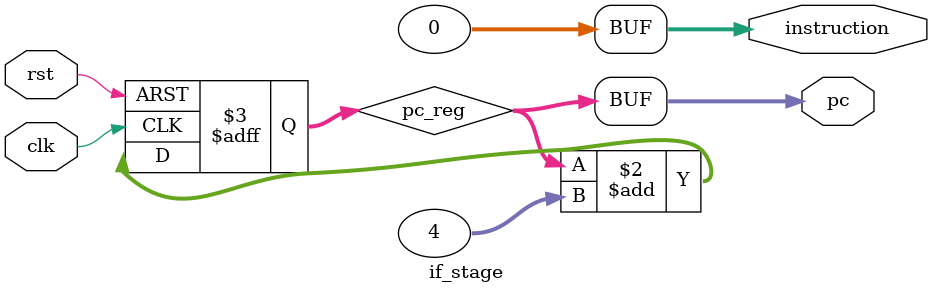
<source format=v>
module if_stage(
    input clk, 
    input rst, 
    output [31:0] instruction, 
    output [31:0] pc
);
    reg [31:0] pc_reg;
    
    always @(posedge clk or posedge rst) begin
        if (rst)
            pc_reg <= 32'b0;
        else
            pc_reg <= pc_reg + 4;  // Increment PC for next instruction
    end
    
    assign pc = pc_reg;
    // Fetch instruction from memory (dummy for now)
    assign instruction = 32'h00000000; // Placeholder for instruction memory
endmodule

</source>
